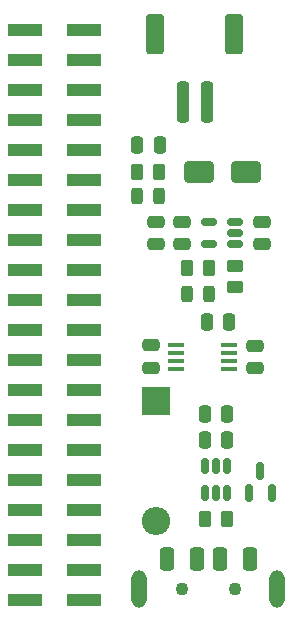
<source format=gts>
G04 #@! TF.GenerationSoftware,KiCad,Pcbnew,8.0.0*
G04 #@! TF.CreationDate,2024-06-28T14:42:45+02:00*
G04 #@! TF.ProjectId,BatteryBridge,42617474-6572-4794-9272-696467652e6b,rev?*
G04 #@! TF.SameCoordinates,Original*
G04 #@! TF.FileFunction,Soldermask,Top*
G04 #@! TF.FilePolarity,Negative*
%FSLAX46Y46*%
G04 Gerber Fmt 4.6, Leading zero omitted, Abs format (unit mm)*
G04 Created by KiCad (PCBNEW 8.0.0) date 2024-06-28 14:42:45*
%MOMM*%
%LPD*%
G01*
G04 APERTURE LIST*
G04 Aperture macros list*
%AMRoundRect*
0 Rectangle with rounded corners*
0 $1 Rounding radius*
0 $2 $3 $4 $5 $6 $7 $8 $9 X,Y pos of 4 corners*
0 Add a 4 corners polygon primitive as box body*
4,1,4,$2,$3,$4,$5,$6,$7,$8,$9,$2,$3,0*
0 Add four circle primitives for the rounded corners*
1,1,$1+$1,$2,$3*
1,1,$1+$1,$4,$5*
1,1,$1+$1,$6,$7*
1,1,$1+$1,$8,$9*
0 Add four rect primitives between the rounded corners*
20,1,$1+$1,$2,$3,$4,$5,0*
20,1,$1+$1,$4,$5,$6,$7,0*
20,1,$1+$1,$6,$7,$8,$9,0*
20,1,$1+$1,$8,$9,$2,$3,0*%
G04 Aperture macros list end*
%ADD10R,2.400000X2.400000*%
%ADD11O,2.400000X2.400000*%
%ADD12RoundRect,0.243750X-0.243750X-0.456250X0.243750X-0.456250X0.243750X0.456250X-0.243750X0.456250X0*%
%ADD13RoundRect,0.250000X0.475000X-0.250000X0.475000X0.250000X-0.475000X0.250000X-0.475000X-0.250000X0*%
%ADD14RoundRect,0.243750X0.243750X0.456250X-0.243750X0.456250X-0.243750X-0.456250X0.243750X-0.456250X0*%
%ADD15RoundRect,0.250000X-0.262500X-0.450000X0.262500X-0.450000X0.262500X0.450000X-0.262500X0.450000X0*%
%ADD16RoundRect,0.150000X0.150000X-0.587500X0.150000X0.587500X-0.150000X0.587500X-0.150000X-0.587500X0*%
%ADD17RoundRect,0.150000X-0.150000X0.512500X-0.150000X-0.512500X0.150000X-0.512500X0.150000X0.512500X0*%
%ADD18R,1.425000X0.450000*%
%ADD19RoundRect,0.250000X0.250000X1.500000X-0.250000X1.500000X-0.250000X-1.500000X0.250000X-1.500000X0*%
%ADD20RoundRect,0.250001X0.499999X1.449999X-0.499999X1.449999X-0.499999X-1.449999X0.499999X-1.449999X0*%
%ADD21RoundRect,0.250000X-0.475000X0.250000X-0.475000X-0.250000X0.475000X-0.250000X0.475000X0.250000X0*%
%ADD22C,1.100000*%
%ADD23RoundRect,0.300000X-0.300000X0.700000X-0.300000X-0.700000X0.300000X-0.700000X0.300000X0.700000X0*%
%ADD24O,1.300000X3.200000*%
%ADD25R,3.000000X1.000000*%
%ADD26RoundRect,0.150000X0.512500X0.150000X-0.512500X0.150000X-0.512500X-0.150000X0.512500X-0.150000X0*%
%ADD27RoundRect,0.250000X0.262500X0.450000X-0.262500X0.450000X-0.262500X-0.450000X0.262500X-0.450000X0*%
%ADD28RoundRect,0.250000X0.450000X-0.262500X0.450000X0.262500X-0.450000X0.262500X-0.450000X-0.262500X0*%
%ADD29RoundRect,0.250000X-0.250000X-0.475000X0.250000X-0.475000X0.250000X0.475000X-0.250000X0.475000X0*%
%ADD30RoundRect,0.250000X-1.000000X-0.650000X1.000000X-0.650000X1.000000X0.650000X-1.000000X0.650000X0*%
%ADD31RoundRect,0.250000X0.250000X0.475000X-0.250000X0.475000X-0.250000X-0.475000X0.250000X-0.475000X0*%
G04 APERTURE END LIST*
D10*
X75700000Y-70670000D03*
D11*
X75700000Y-80830000D03*
D12*
X74052500Y-53350000D03*
X75927500Y-53350000D03*
D13*
X84662500Y-57412500D03*
X84662500Y-55512500D03*
D14*
X80137500Y-61575000D03*
X78262500Y-61575000D03*
D15*
X78312500Y-59400000D03*
X80137500Y-59400000D03*
D16*
X83550000Y-78437500D03*
X85450000Y-78437500D03*
X84500000Y-76562500D03*
D13*
X75662500Y-57412500D03*
X75662500Y-55512500D03*
D17*
X81700000Y-76205500D03*
X80750000Y-76205500D03*
X79800000Y-76205500D03*
X79800000Y-78480500D03*
X80750000Y-78480500D03*
X81700000Y-78480500D03*
D18*
X77388000Y-65975000D03*
X77388000Y-66625000D03*
X77388000Y-67275000D03*
X77388000Y-67925000D03*
X81812000Y-67925000D03*
X81812000Y-67275000D03*
X81812000Y-66625000D03*
X81812000Y-65975000D03*
D19*
X79946000Y-45374000D03*
X77946000Y-45374000D03*
D20*
X82296000Y-39624000D03*
X75596000Y-39624000D03*
D21*
X84045000Y-66000000D03*
X84045000Y-67900000D03*
D22*
X82351000Y-86614000D03*
X77851000Y-86614000D03*
D23*
X83601000Y-84014000D03*
X81101000Y-84014000D03*
X79101000Y-84014000D03*
X76601000Y-84014000D03*
D24*
X85951000Y-86614000D03*
X74251000Y-86614000D03*
D25*
X69591000Y-39243000D03*
X64551000Y-39243000D03*
X69591000Y-41783000D03*
X64551000Y-41783000D03*
X69591000Y-44323000D03*
X64551000Y-44323000D03*
X69591000Y-46863000D03*
X64551000Y-46863000D03*
X69591000Y-49403000D03*
X64551000Y-49403000D03*
X69591000Y-51943000D03*
X64551000Y-51943000D03*
X69591000Y-54483000D03*
X64551000Y-54483000D03*
X69591000Y-57023000D03*
X64551000Y-57023000D03*
X69591000Y-59563000D03*
X64551000Y-59563000D03*
X69591000Y-62103000D03*
X64551000Y-62103000D03*
X69591000Y-64643000D03*
X64551000Y-64643000D03*
X69591000Y-67183000D03*
X64551000Y-67183000D03*
X69591000Y-69723000D03*
X64551000Y-69723000D03*
X69591000Y-72263000D03*
X64551000Y-72263000D03*
X69591000Y-74803000D03*
X64551000Y-74803000D03*
X69591000Y-77343000D03*
X64551000Y-77343000D03*
X69591000Y-79883000D03*
X64551000Y-79883000D03*
X69591000Y-82423000D03*
X64551000Y-82423000D03*
X69591000Y-84963000D03*
X64551000Y-84963000D03*
X69591000Y-87503000D03*
X64551000Y-87503000D03*
D26*
X82400000Y-57412500D03*
X82400000Y-56462500D03*
X82400000Y-55512500D03*
X80125000Y-55512500D03*
X80125000Y-57412500D03*
D13*
X77912500Y-57412500D03*
X77912500Y-55512500D03*
D21*
X75208000Y-65959000D03*
X75208000Y-67859000D03*
D27*
X81662500Y-80650000D03*
X79837500Y-80650000D03*
D28*
X82350000Y-61062500D03*
X82350000Y-59237500D03*
D29*
X79800000Y-71750000D03*
X81700000Y-71750000D03*
X79800000Y-74000000D03*
X81700000Y-74000000D03*
D30*
X79300000Y-51250000D03*
X83300000Y-51250000D03*
D29*
X74073500Y-48968000D03*
X75973500Y-48968000D03*
D15*
X74087500Y-51250000D03*
X75912500Y-51250000D03*
D31*
X81873000Y-63988000D03*
X79973000Y-63988000D03*
M02*

</source>
